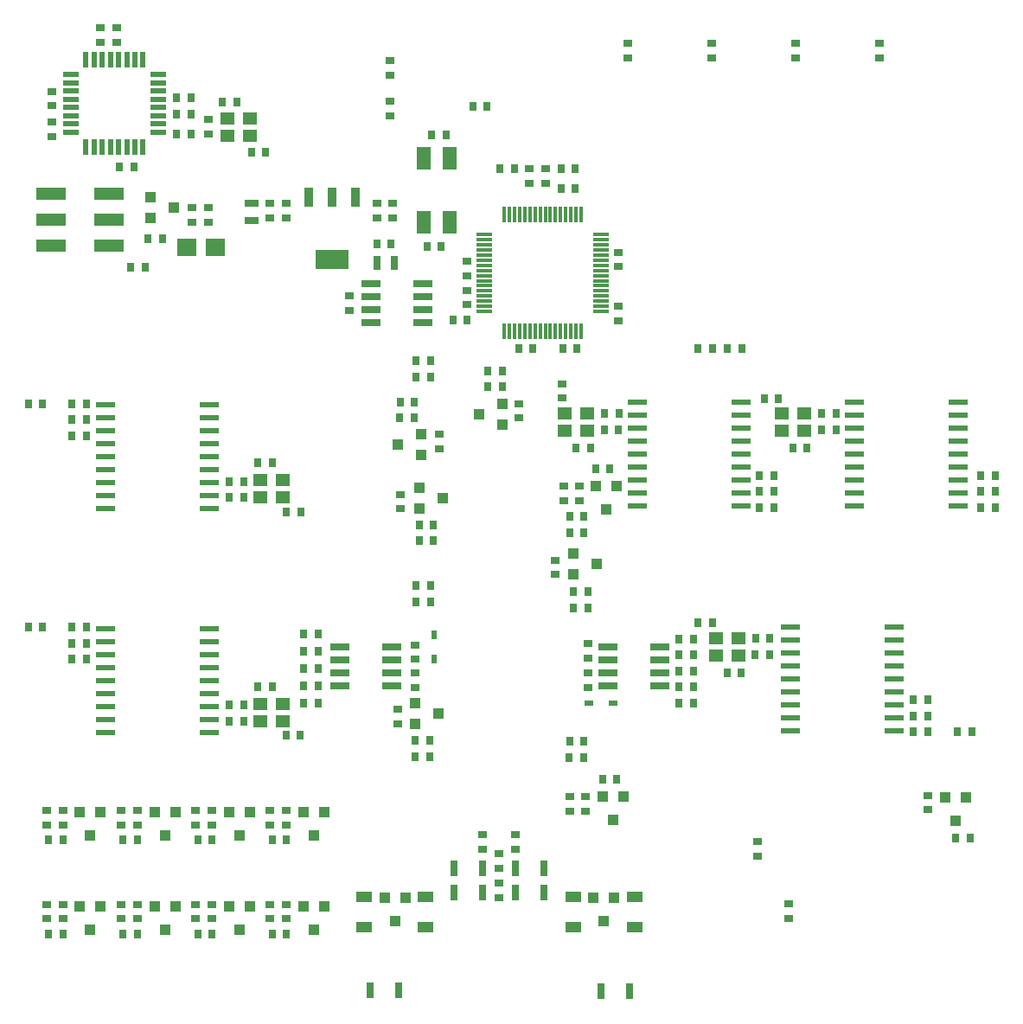
<source format=gbp>
G04*
G04 #@! TF.GenerationSoftware,Altium Limited,Altium Designer,18.0.12 (696)*
G04*
G04 Layer_Color=128*
%FSLAX44Y44*%
%MOMM*%
G71*
G01*
G75*
%ADD20R,1.3500X0.8000*%
%ADD21R,0.7500X0.9000*%
%ADD22R,0.9000X0.7500*%
%ADD23R,0.8000X1.3500*%
%ADD24R,1.9050X0.6604*%
%ADD79R,1.9050X0.6096*%
%ADD80R,1.0160X1.0160*%
%ADD81R,1.0160X1.0160*%
%ADD82R,0.8500X0.6000*%
%ADD83R,1.6000X1.0000*%
%ADD84R,0.7500X1.6500*%
%ADD85R,1.4000X1.2000*%
%ADD86R,1.5000X0.5500*%
%ADD87R,0.5500X1.5000*%
%ADD88R,3.0000X1.2000*%
%ADD89R,1.8288X1.7272*%
%ADD90R,3.2500X1.9000*%
%ADD91R,0.9500X1.9000*%
%ADD92R,0.6000X0.8500*%
%ADD93R,1.4000X2.2000*%
%ADD94R,0.3000X1.5000*%
%ADD95R,1.5000X0.3000*%
D20*
X257000Y779500D02*
D03*
Y796500D02*
D03*
D21*
X52250Y600250D02*
D03*
X38250D02*
D03*
X675500Y370000D02*
D03*
X689500D02*
D03*
X675500Y354200D02*
D03*
X689500D02*
D03*
X532250Y654000D02*
D03*
X518250D02*
D03*
X575750D02*
D03*
X561750D02*
D03*
X616500Y590750D02*
D03*
X602500D02*
D03*
X602250Y574750D02*
D03*
X616250D02*
D03*
X588500Y557000D02*
D03*
X574500D02*
D03*
X593750Y536250D02*
D03*
X607750D02*
D03*
X568400Y490000D02*
D03*
X582400D02*
D03*
X568400Y473800D02*
D03*
X582400D02*
D03*
X572140Y416000D02*
D03*
X586140D02*
D03*
X572140Y400250D02*
D03*
X586140D02*
D03*
X675500Y338400D02*
D03*
X689500D02*
D03*
X675500Y323000D02*
D03*
X689500D02*
D03*
Y306800D02*
D03*
X675500D02*
D03*
X708000Y386000D02*
D03*
X694000D02*
D03*
X736547Y336868D02*
D03*
X722547D02*
D03*
X750000Y354750D02*
D03*
X764000D02*
D03*
X764250Y370750D02*
D03*
X750250D02*
D03*
X904881Y294356D02*
D03*
X918881D02*
D03*
X905000Y278752D02*
D03*
X919000D02*
D03*
X946250Y174750D02*
D03*
X960250D02*
D03*
X568400Y270000D02*
D03*
X582400D02*
D03*
X568000Y253797D02*
D03*
X582000D02*
D03*
X600590Y232500D02*
D03*
X614590D02*
D03*
X72400Y81000D02*
D03*
X58400D02*
D03*
X145267D02*
D03*
X131267D02*
D03*
X218133D02*
D03*
X204133D02*
D03*
X291000D02*
D03*
X277000D02*
D03*
X291000Y173000D02*
D03*
X277000D02*
D03*
X218133D02*
D03*
X204133D02*
D03*
X145267D02*
D03*
X131267D02*
D03*
X72400Y173000D02*
D03*
X58400D02*
D03*
X290500Y275250D02*
D03*
X304500D02*
D03*
X417250Y270226D02*
D03*
X431250D02*
D03*
X417250Y254226D02*
D03*
X431250D02*
D03*
X235000Y289448D02*
D03*
X249000D02*
D03*
Y305052D02*
D03*
X235000D02*
D03*
X263000Y323000D02*
D03*
X277000D02*
D03*
X322000Y340775D02*
D03*
X308000D02*
D03*
X322000Y323787D02*
D03*
X308000D02*
D03*
X322000Y306800D02*
D03*
X308000D02*
D03*
X322000Y357762D02*
D03*
X308000D02*
D03*
Y374750D02*
D03*
X322000D02*
D03*
X52250Y381252D02*
D03*
X38250D02*
D03*
X81000Y350000D02*
D03*
X95000D02*
D03*
X95119Y365648D02*
D03*
X81119D02*
D03*
X95000Y381252D02*
D03*
X81000D02*
D03*
X95119Y584648D02*
D03*
X81119D02*
D03*
Y569000D02*
D03*
X95119D02*
D03*
X95000Y600252D02*
D03*
X81000D02*
D03*
X263000Y542000D02*
D03*
X277000D02*
D03*
X249000Y524052D02*
D03*
X235000D02*
D03*
Y508448D02*
D03*
X249000D02*
D03*
X291000Y494000D02*
D03*
X305000D02*
D03*
X256822Y846100D02*
D03*
X270822D02*
D03*
X228322Y895671D02*
D03*
X242322D02*
D03*
X197750Y899886D02*
D03*
X183750D02*
D03*
Y883886D02*
D03*
X197750D02*
D03*
X183750Y864386D02*
D03*
X197750D02*
D03*
X127750Y832000D02*
D03*
X141750D02*
D03*
X138500Y733750D02*
D03*
X152500D02*
D03*
X155750Y762000D02*
D03*
X169750D02*
D03*
X393750Y756250D02*
D03*
X379750D02*
D03*
X432000Y406200D02*
D03*
X418000D02*
D03*
X432000Y422000D02*
D03*
X418000D02*
D03*
X421000Y481500D02*
D03*
X435000D02*
D03*
X421000Y466250D02*
D03*
X435000D02*
D03*
X416000Y586250D02*
D03*
X402000D02*
D03*
X416250Y601500D02*
D03*
X402250D02*
D03*
X502250Y631750D02*
D03*
X488250D02*
D03*
X502250Y616500D02*
D03*
X488250D02*
D03*
X418000Y626250D02*
D03*
X432000D02*
D03*
Y642450D02*
D03*
X418000D02*
D03*
X428550Y754000D02*
D03*
X442550D02*
D03*
X468000Y682000D02*
D03*
X454000D02*
D03*
X971000Y498748D02*
D03*
X985000D02*
D03*
X971000Y514352D02*
D03*
X985000D02*
D03*
Y530000D02*
D03*
X971000D02*
D03*
X773000Y605000D02*
D03*
X759000D02*
D03*
X829000Y590552D02*
D03*
X815000D02*
D03*
Y574948D02*
D03*
X829000D02*
D03*
X800750Y557000D02*
D03*
X786750D02*
D03*
X768000Y530000D02*
D03*
X754000D02*
D03*
Y514352D02*
D03*
X768000D02*
D03*
X754000Y498748D02*
D03*
X768000D02*
D03*
X473500Y891000D02*
D03*
X487500D02*
D03*
X447450Y863000D02*
D03*
X433450D02*
D03*
X514000Y830000D02*
D03*
X500000D02*
D03*
X574000Y810750D02*
D03*
X560000D02*
D03*
X737000Y654000D02*
D03*
X723000D02*
D03*
X708000D02*
D03*
X694000D02*
D03*
X574000Y830000D02*
D03*
X560000D02*
D03*
X962000Y278750D02*
D03*
X948000D02*
D03*
X905000Y310000D02*
D03*
X919000D02*
D03*
D22*
X616000Y748250D02*
D03*
Y734250D02*
D03*
Y695500D02*
D03*
Y681500D02*
D03*
X561000Y605500D02*
D03*
Y619500D02*
D03*
X562250Y505250D02*
D03*
Y519250D02*
D03*
X577500D02*
D03*
Y505250D02*
D03*
X554250Y433090D02*
D03*
Y447090D02*
D03*
X586000Y365000D02*
D03*
Y351000D02*
D03*
X586000Y322450D02*
D03*
Y336450D02*
D03*
X919250Y202487D02*
D03*
Y216487D02*
D03*
X752600Y157250D02*
D03*
Y171250D02*
D03*
X783000Y96250D02*
D03*
Y110250D02*
D03*
X569000Y215360D02*
D03*
Y201360D02*
D03*
X584250Y215360D02*
D03*
Y201360D02*
D03*
X275000Y96000D02*
D03*
Y110000D02*
D03*
X291000Y96000D02*
D03*
Y110000D02*
D03*
X56000Y96000D02*
D03*
Y110000D02*
D03*
X129000Y96000D02*
D03*
Y110000D02*
D03*
X145267Y96000D02*
D03*
Y110000D02*
D03*
X202000Y96000D02*
D03*
Y110000D02*
D03*
X218133Y96000D02*
D03*
Y110000D02*
D03*
X72400Y96000D02*
D03*
Y110000D02*
D03*
X499000Y159250D02*
D03*
Y145250D02*
D03*
X483000Y178250D02*
D03*
Y164250D02*
D03*
X515000Y178250D02*
D03*
Y164250D02*
D03*
X499000Y116870D02*
D03*
Y130870D02*
D03*
X56000Y188000D02*
D03*
Y202000D02*
D03*
X72400Y188000D02*
D03*
Y202000D02*
D03*
X129000Y188000D02*
D03*
Y202000D02*
D03*
X145267Y188000D02*
D03*
Y202000D02*
D03*
X202000Y188000D02*
D03*
Y202000D02*
D03*
X218133Y188000D02*
D03*
Y202000D02*
D03*
X275000Y188000D02*
D03*
Y202000D02*
D03*
X291000Y188000D02*
D03*
Y202000D02*
D03*
X417000Y364046D02*
D03*
Y350046D02*
D03*
X417000Y322450D02*
D03*
Y336450D02*
D03*
X400289Y286930D02*
D03*
Y300930D02*
D03*
X61750Y905886D02*
D03*
Y891886D02*
D03*
Y875886D02*
D03*
Y861886D02*
D03*
X108750Y968000D02*
D03*
Y954000D02*
D03*
X124750D02*
D03*
Y968000D02*
D03*
X214286Y864386D02*
D03*
Y878386D02*
D03*
X198750Y792000D02*
D03*
Y778000D02*
D03*
X214750Y792000D02*
D03*
Y778000D02*
D03*
X275000Y796250D02*
D03*
Y782250D02*
D03*
X291000D02*
D03*
Y796250D02*
D03*
X353000Y705448D02*
D03*
Y691448D02*
D03*
X395000Y782250D02*
D03*
Y796250D02*
D03*
X380000Y782250D02*
D03*
Y796250D02*
D03*
X403000Y497430D02*
D03*
Y511430D02*
D03*
X440500Y570000D02*
D03*
Y556000D02*
D03*
X519000Y600250D02*
D03*
Y586250D02*
D03*
X468000Y725500D02*
D03*
Y739500D02*
D03*
Y711000D02*
D03*
Y697000D02*
D03*
X529000Y830000D02*
D03*
Y816000D02*
D03*
X545000Y830000D02*
D03*
Y816000D02*
D03*
X392250Y921937D02*
D03*
Y935937D02*
D03*
Y896096D02*
D03*
Y882095D02*
D03*
X625000Y952750D02*
D03*
Y938750D02*
D03*
X707333Y952750D02*
D03*
Y938750D02*
D03*
X789667Y952750D02*
D03*
Y938750D02*
D03*
X872000Y952750D02*
D03*
Y938750D02*
D03*
D23*
X396500Y738250D02*
D03*
X379500D02*
D03*
D24*
X606200Y362298D02*
D03*
Y349598D02*
D03*
X657000Y336898D02*
D03*
Y324198D02*
D03*
X606200Y336898D02*
D03*
Y324198D02*
D03*
X657000Y362298D02*
D03*
Y349598D02*
D03*
X394000Y324198D02*
D03*
Y336898D02*
D03*
X343200Y349598D02*
D03*
Y362298D02*
D03*
X394000Y349598D02*
D03*
Y362298D02*
D03*
X343200Y324198D02*
D03*
Y336898D02*
D03*
X424775Y705000D02*
D03*
Y717700D02*
D03*
X373975Y679600D02*
D03*
Y692300D02*
D03*
X424775Y679600D02*
D03*
Y692300D02*
D03*
X373975Y705000D02*
D03*
Y717700D02*
D03*
D79*
X114200Y598800D02*
D03*
Y586100D02*
D03*
Y573400D02*
D03*
Y560700D02*
D03*
Y548000D02*
D03*
Y535300D02*
D03*
Y522600D02*
D03*
Y509900D02*
D03*
Y497200D02*
D03*
X215800D02*
D03*
Y509900D02*
D03*
Y522600D02*
D03*
Y535300D02*
D03*
Y548000D02*
D03*
Y560700D02*
D03*
Y573400D02*
D03*
Y586100D02*
D03*
Y598800D02*
D03*
X114200Y379800D02*
D03*
Y367100D02*
D03*
Y354400D02*
D03*
Y341700D02*
D03*
Y329000D02*
D03*
Y316300D02*
D03*
Y303600D02*
D03*
Y290900D02*
D03*
Y278200D02*
D03*
X215800D02*
D03*
Y290900D02*
D03*
Y303600D02*
D03*
Y316300D02*
D03*
Y329000D02*
D03*
Y341700D02*
D03*
Y354400D02*
D03*
Y367100D02*
D03*
Y379800D02*
D03*
X885800Y280204D02*
D03*
Y292904D02*
D03*
Y305604D02*
D03*
Y318304D02*
D03*
Y331004D02*
D03*
Y343704D02*
D03*
Y356404D02*
D03*
Y369104D02*
D03*
Y381804D02*
D03*
X784200D02*
D03*
Y369104D02*
D03*
Y356404D02*
D03*
Y343704D02*
D03*
Y331004D02*
D03*
Y318304D02*
D03*
Y305604D02*
D03*
Y292904D02*
D03*
Y280204D02*
D03*
X736000Y500200D02*
D03*
Y512900D02*
D03*
Y525600D02*
D03*
Y538300D02*
D03*
Y551000D02*
D03*
Y563700D02*
D03*
Y576400D02*
D03*
Y589100D02*
D03*
Y601800D02*
D03*
X634400D02*
D03*
Y589100D02*
D03*
Y576400D02*
D03*
Y563700D02*
D03*
Y551000D02*
D03*
Y538300D02*
D03*
Y525600D02*
D03*
Y512900D02*
D03*
Y500200D02*
D03*
X948800Y500200D02*
D03*
Y512900D02*
D03*
Y525600D02*
D03*
Y538300D02*
D03*
Y551000D02*
D03*
Y563700D02*
D03*
Y576400D02*
D03*
Y589100D02*
D03*
Y601800D02*
D03*
X847200D02*
D03*
Y589100D02*
D03*
Y576400D02*
D03*
Y563700D02*
D03*
Y551000D02*
D03*
Y538300D02*
D03*
Y525600D02*
D03*
Y512900D02*
D03*
Y500200D02*
D03*
D80*
X593750Y519250D02*
D03*
X614070D02*
D03*
X603910Y496390D02*
D03*
X936090Y214610D02*
D03*
X956410D02*
D03*
X946250Y191750D02*
D03*
X600590Y215360D02*
D03*
X620910D02*
D03*
X610750Y192500D02*
D03*
X88680Y108000D02*
D03*
X109000D02*
D03*
X98840Y85140D02*
D03*
X234893Y108000D02*
D03*
X255213D02*
D03*
X245053Y85140D02*
D03*
X161787Y108000D02*
D03*
X182107D02*
D03*
X171947Y85140D02*
D03*
X308000Y108000D02*
D03*
X328320D02*
D03*
X318160Y85140D02*
D03*
X591840Y116860D02*
D03*
X612160D02*
D03*
X602000Y94000D02*
D03*
X387180Y116860D02*
D03*
X407500D02*
D03*
X397340Y94000D02*
D03*
X88680Y200123D02*
D03*
X109000D02*
D03*
X98840Y177263D02*
D03*
X162000Y200123D02*
D03*
X182320D02*
D03*
X172160Y177263D02*
D03*
X235000Y200123D02*
D03*
X255320D02*
D03*
X245160Y177263D02*
D03*
X308000Y200123D02*
D03*
X328320D02*
D03*
X318160Y177263D02*
D03*
D81*
X572140Y433090D02*
D03*
Y453410D02*
D03*
X595000Y443250D02*
D03*
X417250Y286930D02*
D03*
Y307250D02*
D03*
X440110Y297090D02*
D03*
X157750Y782000D02*
D03*
Y802320D02*
D03*
X180610Y792160D02*
D03*
X421000Y497430D02*
D03*
Y517750D02*
D03*
X443860Y507590D02*
D03*
X423110Y570000D02*
D03*
Y549680D02*
D03*
X400250Y559840D02*
D03*
X502250Y600250D02*
D03*
Y579930D02*
D03*
X479390Y590090D02*
D03*
D82*
X587000Y307000D02*
D03*
X611000D02*
D03*
D83*
X632000Y117437D02*
D03*
Y87437D02*
D03*
X572000Y117437D02*
D03*
Y87437D02*
D03*
X367000Y117437D02*
D03*
Y87437D02*
D03*
X427000Y117437D02*
D03*
Y87437D02*
D03*
D84*
X599000Y25000D02*
D03*
X627000D02*
D03*
X401000Y26000D02*
D03*
X373000D02*
D03*
X483000Y121390D02*
D03*
X455000D02*
D03*
X483000Y145250D02*
D03*
X455000D02*
D03*
X515000D02*
D03*
X543000D02*
D03*
X515000Y121390D02*
D03*
X543000D02*
D03*
D85*
X287703Y289552D02*
D03*
X265703D02*
D03*
Y306552D02*
D03*
X287703D02*
D03*
Y508552D02*
D03*
X265703D02*
D03*
Y525552D02*
D03*
X287703D02*
D03*
X776000Y573448D02*
D03*
X798000D02*
D03*
Y590448D02*
D03*
X776000D02*
D03*
X255250Y879500D02*
D03*
X233250D02*
D03*
Y862500D02*
D03*
X255250D02*
D03*
X711297Y353452D02*
D03*
X733297D02*
D03*
Y370452D02*
D03*
X711297D02*
D03*
X563750Y573448D02*
D03*
X585750D02*
D03*
Y590448D02*
D03*
X563750D02*
D03*
D86*
X165750Y922136D02*
D03*
Y914136D02*
D03*
Y906136D02*
D03*
Y898136D02*
D03*
Y890136D02*
D03*
Y882136D02*
D03*
Y874136D02*
D03*
Y866136D02*
D03*
X79750D02*
D03*
Y874136D02*
D03*
Y882136D02*
D03*
Y890136D02*
D03*
Y898136D02*
D03*
Y906136D02*
D03*
Y914136D02*
D03*
Y922136D02*
D03*
D87*
X150750Y851136D02*
D03*
X142750D02*
D03*
X134750D02*
D03*
X126750D02*
D03*
X118750D02*
D03*
X110750D02*
D03*
X102750D02*
D03*
X94750D02*
D03*
Y937136D02*
D03*
X102750D02*
D03*
X110750D02*
D03*
X118750D02*
D03*
X126750D02*
D03*
X134750D02*
D03*
X142750D02*
D03*
X150750D02*
D03*
D88*
X117500Y806050D02*
D03*
X61000D02*
D03*
Y780650D02*
D03*
X117500D02*
D03*
Y755250D02*
D03*
X61000D02*
D03*
D89*
X193302Y753000D02*
D03*
X221750D02*
D03*
D90*
X336000Y741000D02*
D03*
D91*
Y802000D02*
D03*
X359000D02*
D03*
X313000D02*
D03*
D92*
X436000Y350046D02*
D03*
Y374046D02*
D03*
D93*
X450700Y778000D02*
D03*
Y840000D02*
D03*
X425300D02*
D03*
Y778000D02*
D03*
D94*
X504500Y785000D02*
D03*
X509500D02*
D03*
X514500D02*
D03*
X519500D02*
D03*
X524500D02*
D03*
X529500D02*
D03*
X534500D02*
D03*
X539500D02*
D03*
X544500D02*
D03*
X549500D02*
D03*
X554500D02*
D03*
X559500D02*
D03*
X564500D02*
D03*
X569500D02*
D03*
X574500D02*
D03*
X579500D02*
D03*
Y671000D02*
D03*
X574500D02*
D03*
X569500D02*
D03*
X564500D02*
D03*
X559500D02*
D03*
X554500D02*
D03*
X549500D02*
D03*
X544500D02*
D03*
X539500D02*
D03*
X534500D02*
D03*
X529500D02*
D03*
X524500D02*
D03*
X519500D02*
D03*
X514500D02*
D03*
X509500D02*
D03*
X504500D02*
D03*
D95*
X599000Y765500D02*
D03*
Y760500D02*
D03*
Y755500D02*
D03*
Y750500D02*
D03*
Y745500D02*
D03*
Y740500D02*
D03*
Y735500D02*
D03*
Y730500D02*
D03*
Y725500D02*
D03*
Y720500D02*
D03*
Y715500D02*
D03*
Y710500D02*
D03*
Y705500D02*
D03*
Y700500D02*
D03*
Y695500D02*
D03*
Y690500D02*
D03*
X485000D02*
D03*
Y695500D02*
D03*
Y700500D02*
D03*
Y705500D02*
D03*
Y710500D02*
D03*
Y715500D02*
D03*
Y720500D02*
D03*
Y725500D02*
D03*
Y730500D02*
D03*
Y735500D02*
D03*
Y740500D02*
D03*
Y745500D02*
D03*
Y750500D02*
D03*
Y755500D02*
D03*
Y760500D02*
D03*
Y765500D02*
D03*
M02*

</source>
